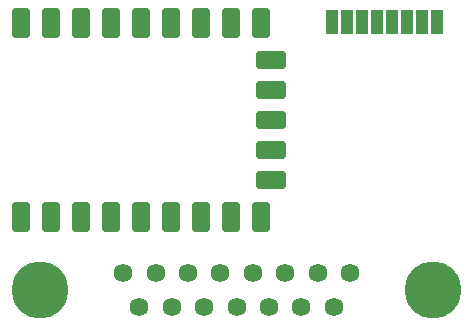
<source format=gbr>
%TF.GenerationSoftware,KiCad,Pcbnew,(6.0.7-1)-1*%
%TF.CreationDate,2023-01-15T18:13:02-08:00*%
%TF.ProjectId,NeoGeoDB15Wireless,4e656f47-656f-4444-9231-35576972656c,rev?*%
%TF.SameCoordinates,Original*%
%TF.FileFunction,Soldermask,Bot*%
%TF.FilePolarity,Negative*%
%FSLAX46Y46*%
G04 Gerber Fmt 4.6, Leading zero omitted, Abs format (unit mm)*
G04 Created by KiCad (PCBNEW (6.0.7-1)-1) date 2023-01-15 18:13:02*
%MOMM*%
%LPD*%
G01*
G04 APERTURE LIST*
G04 Aperture macros list*
%AMRoundRect*
0 Rectangle with rounded corners*
0 $1 Rounding radius*
0 $2 $3 $4 $5 $6 $7 $8 $9 X,Y pos of 4 corners*
0 Add a 4 corners polygon primitive as box body*
4,1,4,$2,$3,$4,$5,$6,$7,$8,$9,$2,$3,0*
0 Add four circle primitives for the rounded corners*
1,1,$1+$1,$2,$3*
1,1,$1+$1,$4,$5*
1,1,$1+$1,$6,$7*
1,1,$1+$1,$8,$9*
0 Add four rect primitives between the rounded corners*
20,1,$1+$1,$2,$3,$4,$5,0*
20,1,$1+$1,$4,$5,$6,$7,0*
20,1,$1+$1,$6,$7,$8,$9,0*
20,1,$1+$1,$8,$9,$2,$3,0*%
G04 Aperture macros list end*
%ADD10RoundRect,0.400000X0.400000X-0.900000X0.400000X0.900000X-0.400000X0.900000X-0.400000X-0.900000X0*%
%ADD11RoundRect,0.400050X0.400050X-0.899950X0.400050X0.899950X-0.400050X0.899950X-0.400050X-0.899950X0*%
%ADD12RoundRect,0.400000X0.900000X-0.400000X0.900000X0.400000X-0.900000X0.400000X-0.900000X-0.400000X0*%
%ADD13RoundRect,0.393700X0.906300X-0.393700X0.906300X0.393700X-0.906300X0.393700X-0.906300X-0.393700X0*%
%ADD14C,4.825000*%
%ADD15C,1.591397*%
%ADD16R,1.000000X2.000000*%
G04 APERTURE END LIST*
D10*
%TO.C,U1*%
X81765000Y-63835000D03*
X84305000Y-63835000D03*
X86845000Y-63835000D03*
X89385000Y-63835000D03*
X91925000Y-63835000D03*
D11*
X94465000Y-63835000D03*
X97005000Y-63835000D03*
X99545000Y-63835000D03*
X102085000Y-63835000D03*
D12*
X102895000Y-66975000D03*
D13*
X102895000Y-69515000D03*
X102895000Y-72055000D03*
X102895000Y-74595000D03*
X102895000Y-77135000D03*
D11*
X102085000Y-80275000D03*
X99545000Y-80275000D03*
X97005000Y-80275000D03*
X94465000Y-80275000D03*
X81765000Y-80275000D03*
X84305000Y-80275000D03*
X86845000Y-80275000D03*
X91925000Y-80275000D03*
X89385000Y-80275000D03*
%TD*%
D14*
%TO.C,J1*%
X116662400Y-86450800D03*
X83337600Y-86450800D03*
D15*
X109601192Y-85028400D03*
X106857993Y-85028400D03*
X104114794Y-85028400D03*
X101371595Y-85028400D03*
X98628396Y-85028400D03*
X95885197Y-85028400D03*
X93141998Y-85028400D03*
X90398799Y-85028400D03*
X108229600Y-87873200D03*
X105486401Y-87873200D03*
X102743202Y-87873200D03*
X100000003Y-87873200D03*
X97256804Y-87873200D03*
X94513605Y-87873200D03*
X91770406Y-87873200D03*
%TD*%
D16*
%TO.C,U2*%
X109370000Y-63800000D03*
X108100000Y-63800000D03*
X110640000Y-63800000D03*
X111910000Y-63800000D03*
X113180000Y-63800000D03*
X114450000Y-63800000D03*
X115720000Y-63800000D03*
X116990000Y-63800000D03*
%TD*%
M02*

</source>
